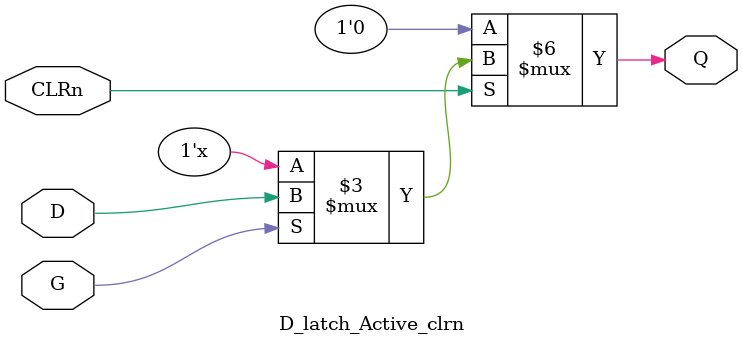
<source format=v>
module D_latch_Active_clrn (CLRn,D,G,Q);
 input  CLRn,D,G;
 output reg Q;

 always @(G , CLRn,D) begin
    if(~CLRn)begin
      Q<=0;
    end
    else if(G)begin
      Q<=D;
    end
 end
endmodule
</source>
